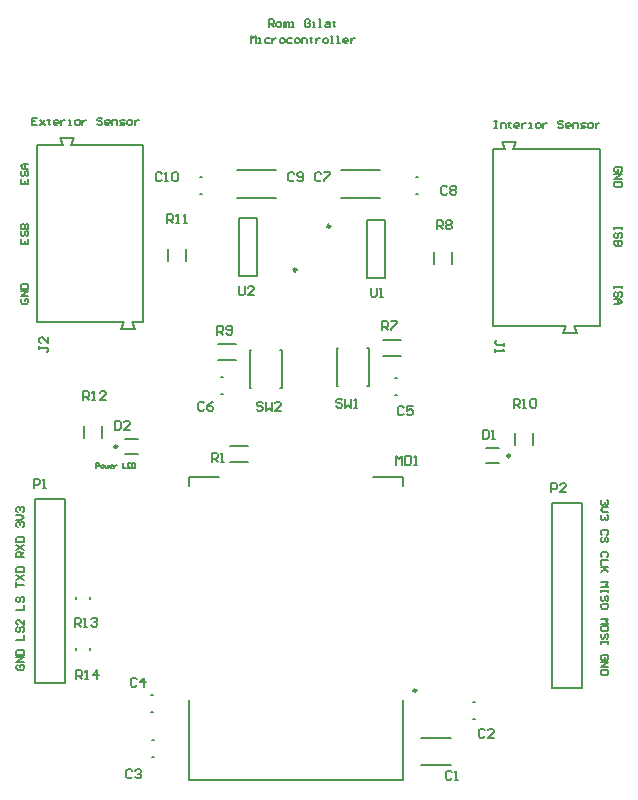
<source format=gto>
G04*
G04 #@! TF.GenerationSoftware,Altium Limited,Altium Designer,24.9.1 (31)*
G04*
G04 Layer_Color=65535*
%FSLAX44Y44*%
%MOMM*%
G71*
G04*
G04 #@! TF.SameCoordinates,B23FE003-D99D-4249-9A33-D1736BEC5A34*
G04*
G04*
G04 #@! TF.FilePolarity,Positive*
G04*
G01*
G75*
%ADD10C,0.2500*%
%ADD11C,0.2000*%
%ADD12C,0.1270*%
%ADD13C,0.1778*%
D10*
X318632Y516890D02*
G03*
X318632Y516890I-1250J0D01*
G01*
X391560Y123930D02*
G03*
X391560Y123930I-1250J0D01*
G01*
X138300Y330450D02*
G03*
X138300Y330450I-1250J0D01*
G01*
X290152Y480060D02*
G03*
X290152Y480060I-1250J0D01*
G01*
X470930Y322580D02*
G03*
X470930Y322580I-1250J0D01*
G01*
D11*
X166890Y120280D02*
X168390D01*
X166890Y105780D02*
X168390D01*
X421520Y485220D02*
Y495220D01*
X406520Y485220D02*
Y495220D01*
X349574Y473315D02*
Y522365D01*
Y473315D02*
X365154D01*
Y522365D01*
X349574D02*
X365154D01*
X198810Y48280D02*
X380310D01*
X198810Y297280D02*
X198810Y304780D01*
X198810Y48280D02*
Y115680D01*
X354910Y304780D02*
X380310D01*
X198810D02*
X224110D01*
X380310D02*
X380310Y297280D01*
Y48280D02*
Y115680D01*
X145050Y336700D02*
X156050D01*
X144943Y323887D02*
X155943D01*
X351320Y381510D02*
Y413510D01*
X324320Y381510D02*
X325570D01*
X350070D02*
X351320D01*
X324320D02*
Y413510D01*
X325570D01*
X350070D02*
X351320D01*
X277660Y380240D02*
Y412240D01*
X250660Y380240D02*
X251910D01*
X276410D02*
X277660D01*
X250660D02*
Y412240D01*
X251910D01*
X276410D02*
X277660D01*
X256710Y474585D02*
Y523635D01*
X241130D02*
X256710D01*
X241130Y474585D02*
Y523635D01*
Y474585D02*
X256710D01*
X114970Y157750D02*
Y159750D01*
X103470Y157750D02*
Y159750D01*
Y200930D02*
Y202930D01*
X114970Y200930D02*
Y202930D01*
X168160Y82180D02*
X169660D01*
X168160Y67680D02*
X169660D01*
X395797Y61140D02*
X420859D01*
X395797Y83640D02*
X420859D01*
X439580Y113930D02*
X441080D01*
X439580Y99430D02*
X441080D01*
X233938Y316988D02*
X248662D01*
X233938Y330712D02*
X248662D01*
X490100Y331550D02*
Y341550D01*
X475100Y331550D02*
Y341550D01*
X450430Y316330D02*
X461430D01*
X450430Y328830D02*
X461430D01*
X327639Y564231D02*
X360701D01*
X327639Y540669D02*
X360701D01*
X240009Y564231D02*
X273071D01*
X240009Y540669D02*
X273071D01*
X223778Y403348D02*
X238502D01*
X223778Y417072D02*
X238502D01*
X70570Y435540D02*
X144070D01*
X151070D02*
X160570D01*
X151070D02*
X153568Y429539D01*
X141568Y429539D02*
X153568Y429539D01*
X141568Y429539D02*
X144066Y435540D01*
X99072Y585540D02*
X101570Y591541D01*
X89570Y591541D02*
X92068Y585540D01*
X89570Y591541D02*
X101570Y591541D01*
X99072Y585540D02*
X160570Y585540D01*
X70570Y585540D02*
X92070Y585540D01*
X70570Y435540D02*
Y585540D01*
X160570Y585540D02*
X160570Y435540D01*
X373900Y388250D02*
X375400D01*
X373900Y373750D02*
X375400D01*
X226580Y375020D02*
X228080D01*
X226580Y389520D02*
X228080D01*
X391680Y543930D02*
X393180D01*
X391680Y558430D02*
X393180D01*
X208800Y543930D02*
X210300D01*
X208800Y558430D02*
X210300D01*
X473230Y582533D02*
X546730D01*
X456730D02*
X466230Y582533D01*
X463732Y588534D02*
X466230Y582533D01*
X463732Y588534D02*
X475732Y588534D01*
X473234Y582533D02*
X475732Y588534D01*
X515730Y426532D02*
X518228Y432533D01*
X525232Y432533D02*
X527730Y426532D01*
X515730Y426532D02*
X527730Y426532D01*
X456730Y432533D02*
X518228Y432533D01*
X525230Y432533D02*
X546730Y432533D01*
Y582533D01*
X456730D02*
X456730Y432533D01*
X68580Y286380D02*
X93980D01*
Y130180D02*
Y286380D01*
X68580Y130180D02*
X93980D01*
X68580D02*
Y286380D01*
X506730Y126370D02*
X532130D01*
X506730D02*
Y282570D01*
X532130D01*
Y126370D02*
Y282570D01*
X363478Y407158D02*
X378202D01*
X363478Y420882D02*
X378202D01*
X196730Y487760D02*
Y497760D01*
X181730Y487760D02*
Y497760D01*
X110610Y337900D02*
Y347900D01*
X125610Y337900D02*
Y347900D01*
D12*
X266700Y685800D02*
Y692148D01*
X269874D01*
X270932Y691090D01*
Y688974D01*
X269874Y687916D01*
X266700D01*
X268816D02*
X270932Y685800D01*
X274106D02*
X276222D01*
X277280Y686858D01*
Y688974D01*
X276222Y690032D01*
X274106D01*
X273048Y688974D01*
Y686858D01*
X274106Y685800D01*
X279396D02*
Y690032D01*
X280454D01*
X281512Y688974D01*
Y685800D01*
Y688974D01*
X282570Y690032D01*
X283628Y688974D01*
Y685800D01*
X285744D02*
X287860D01*
X286802D01*
Y690032D01*
X285744D01*
X301614Y691090D02*
X300556Y692148D01*
X298440D01*
X297382Y691090D01*
Y686858D01*
X298440Y685800D01*
X300556D01*
X301614Y686858D01*
Y688974D01*
X299498D01*
X303730Y685800D02*
X305846D01*
X304788D01*
Y690032D01*
X303730D01*
X309020Y685800D02*
X311136D01*
X310078D01*
Y692148D01*
X309020D01*
X315368Y690032D02*
X317484D01*
X318542Y688974D01*
Y685800D01*
X315368D01*
X314310Y686858D01*
X315368Y687916D01*
X318542D01*
X321716Y691090D02*
Y690032D01*
X320658D01*
X322774D01*
X321716D01*
Y686858D01*
X322774Y685800D01*
X120650Y312420D02*
Y316229D01*
X122554D01*
X123189Y315594D01*
Y314324D01*
X122554Y313690D01*
X120650D01*
X125094Y312420D02*
X126363D01*
X126998Y313055D01*
Y314324D01*
X126363Y314959D01*
X125094D01*
X124459Y314324D01*
Y313055D01*
X125094Y312420D01*
X128268Y314959D02*
Y313055D01*
X128902Y312420D01*
X129537Y313055D01*
X130172Y312420D01*
X130807Y313055D01*
Y314959D01*
X133981Y312420D02*
X132711D01*
X132076Y313055D01*
Y314324D01*
X132711Y314959D01*
X133981D01*
X134615Y314324D01*
Y313690D01*
X132076D01*
X135885Y314959D02*
Y312420D01*
Y313690D01*
X136520Y314324D01*
X137155Y314959D01*
X137789D01*
X143503Y316229D02*
Y312420D01*
X146042D01*
X149851Y316229D02*
X147311D01*
Y312420D01*
X149851D01*
X147311Y314324D02*
X148581D01*
X151120Y316229D02*
Y312420D01*
X153025D01*
X153659Y313055D01*
Y315594D01*
X153025Y316229D01*
X151120D01*
X251460Y671830D02*
Y678178D01*
X253576Y676062D01*
X255692Y678178D01*
Y671830D01*
X257808D02*
X259924D01*
X258866D01*
Y676062D01*
X257808D01*
X267330D02*
X264156D01*
X263098Y675004D01*
Y672888D01*
X264156Y671830D01*
X267330D01*
X269446Y676062D02*
Y671830D01*
Y673946D01*
X270504Y675004D01*
X271562Y676062D01*
X272620D01*
X276852Y671830D02*
X278968D01*
X280026Y672888D01*
Y675004D01*
X278968Y676062D01*
X276852D01*
X275794Y675004D01*
Y672888D01*
X276852Y671830D01*
X286374Y676062D02*
X283200D01*
X282142Y675004D01*
Y672888D01*
X283200Y671830D01*
X286374D01*
X289548D02*
X291664D01*
X292722Y672888D01*
Y675004D01*
X291664Y676062D01*
X289548D01*
X288490Y675004D01*
Y672888D01*
X289548Y671830D01*
X294838D02*
Y676062D01*
X298012D01*
X299070Y675004D01*
Y671830D01*
X302243Y677120D02*
Y676062D01*
X301186D01*
X303302D01*
X302243D01*
Y672888D01*
X303302Y671830D01*
X306476Y676062D02*
Y671830D01*
Y673946D01*
X307533Y675004D01*
X308591Y676062D01*
X309650D01*
X313881Y671830D02*
X315997D01*
X317055Y672888D01*
Y675004D01*
X315997Y676062D01*
X313881D01*
X312824Y675004D01*
Y672888D01*
X313881Y671830D01*
X319171D02*
X321287D01*
X320229D01*
Y678178D01*
X319171D01*
X324461Y671830D02*
X326577D01*
X325519D01*
Y678178D01*
X324461D01*
X332925Y671830D02*
X330809D01*
X329751Y672888D01*
Y675004D01*
X330809Y676062D01*
X332925D01*
X333983Y675004D01*
Y673946D01*
X329751D01*
X336099Y676062D02*
Y671830D01*
Y673946D01*
X337157Y675004D01*
X338215Y676062D01*
X339273D01*
D13*
X553168Y285242D02*
X554226Y284184D01*
Y282068D01*
X553168Y281010D01*
X552110D01*
X551052Y282068D01*
Y283126D01*
Y282068D01*
X549994Y281010D01*
X548936D01*
X547878Y282068D01*
Y284184D01*
X548936Y285242D01*
X554226Y278894D02*
X549994D01*
X547878Y276778D01*
X549994Y274662D01*
X554226D01*
X553168Y272546D02*
X554226Y271488D01*
Y269372D01*
X553168Y268314D01*
X552110D01*
X551052Y269372D01*
Y270430D01*
Y269372D01*
X549994Y268314D01*
X548936D01*
X547878Y269372D01*
Y271488D01*
X548936Y272546D01*
X553168Y255618D02*
X554226Y256676D01*
Y258792D01*
X553168Y259850D01*
X548936D01*
X547878Y258792D01*
Y256676D01*
X548936Y255618D01*
X553168Y249270D02*
X554226Y250328D01*
Y252444D01*
X553168Y253502D01*
X552110D01*
X551052Y252444D01*
Y250328D01*
X549994Y249270D01*
X548936D01*
X547878Y250328D01*
Y252444D01*
X548936Y253502D01*
X553168Y236574D02*
X554226Y237632D01*
Y239748D01*
X553168Y240806D01*
X548936D01*
X547878Y239748D01*
Y237632D01*
X548936Y236574D01*
X554226Y234459D02*
X547878D01*
Y230226D01*
X554226Y228111D02*
X547878D01*
X549994D01*
X554226Y223878D01*
X551052Y227052D01*
X547878Y223878D01*
Y215415D02*
X554226D01*
X552110Y213299D01*
X554226Y211183D01*
X547878D01*
X554226Y209067D02*
Y206951D01*
Y208009D01*
X547878D01*
Y209067D01*
Y206951D01*
X553168Y199545D02*
X554226Y200603D01*
Y202719D01*
X553168Y203777D01*
X552110D01*
X551052Y202719D01*
Y200603D01*
X549994Y199545D01*
X548936D01*
X547878Y200603D01*
Y202719D01*
X548936Y203777D01*
X554226Y194255D02*
Y196371D01*
X553168Y197429D01*
X548936D01*
X547878Y196371D01*
Y194255D01*
X548936Y193197D01*
X553168D01*
X554226Y194255D01*
X547878Y184733D02*
X554226D01*
X552110Y182617D01*
X554226Y180501D01*
X547878D01*
X554226Y175211D02*
Y177327D01*
X553168Y178385D01*
X548936D01*
X547878Y177327D01*
Y175211D01*
X548936Y174153D01*
X553168D01*
X554226Y175211D01*
X553168Y167805D02*
X554226Y168863D01*
Y170979D01*
X553168Y172037D01*
X552110D01*
X551052Y170979D01*
Y168863D01*
X549994Y167805D01*
X548936D01*
X547878Y168863D01*
Y170979D01*
X548936Y172037D01*
X554226Y165689D02*
Y163573D01*
Y164631D01*
X547878D01*
Y165689D01*
Y163573D01*
X553168Y149819D02*
X554226Y150877D01*
Y152993D01*
X553168Y154051D01*
X548936D01*
X547878Y152993D01*
Y150877D01*
X548936Y149819D01*
X551052D01*
Y151935D01*
X547878Y147703D02*
X554226D01*
X547878Y143471D01*
X554226D01*
Y141355D02*
X547878D01*
Y138181D01*
X548936Y137123D01*
X553168D01*
X554226Y138181D01*
Y141355D01*
X564598Y562950D02*
X565656Y564008D01*
Y566124D01*
X564598Y567182D01*
X560366D01*
X559308Y566124D01*
Y564008D01*
X560366Y562950D01*
X562482D01*
Y565066D01*
X559308Y560834D02*
X565656D01*
X559308Y556602D01*
X565656D01*
Y554486D02*
X559308D01*
Y551312D01*
X560366Y550254D01*
X564598D01*
X565656Y551312D01*
Y554486D01*
Y516399D02*
Y514282D01*
Y515340D01*
X559308D01*
Y516399D01*
Y514282D01*
X564598Y506877D02*
X565656Y507935D01*
Y510051D01*
X564598Y511109D01*
X563540D01*
X562482Y510051D01*
Y507935D01*
X561424Y506877D01*
X560366D01*
X559308Y507935D01*
Y510051D01*
X560366Y511109D01*
X565656Y504761D02*
X559308D01*
Y501587D01*
X560366Y500529D01*
X561424D01*
X562482Y501587D01*
Y504761D01*
Y501587D01*
X563540Y500529D01*
X564598D01*
X565656Y501587D01*
Y504761D01*
Y466673D02*
Y464557D01*
Y465615D01*
X559308D01*
Y466673D01*
Y464557D01*
X564598Y457151D02*
X565656Y458209D01*
Y460325D01*
X564598Y461383D01*
X563540D01*
X562482Y460325D01*
Y458209D01*
X561424Y457151D01*
X560366D01*
X559308Y458209D01*
Y460325D01*
X560366Y461383D01*
X559308Y455035D02*
X563540D01*
X565656Y452919D01*
X563540Y450803D01*
X559308D01*
X562482D01*
Y455035D01*
X57702Y455590D02*
X56644Y454532D01*
Y452416D01*
X57702Y451358D01*
X61934D01*
X62992Y452416D01*
Y454532D01*
X61934Y455590D01*
X59818D01*
Y453474D01*
X62992Y457706D02*
X56644D01*
X62992Y461938D01*
X56644D01*
Y464054D02*
X62992D01*
Y467228D01*
X61934Y468286D01*
X57702D01*
X56644Y467228D01*
Y464054D01*
Y506373D02*
Y502141D01*
X62992D01*
Y506373D01*
X59818Y502141D02*
Y504258D01*
X57702Y512721D02*
X56644Y511664D01*
Y509548D01*
X57702Y508489D01*
X58760D01*
X59818Y509548D01*
Y511664D01*
X60876Y512721D01*
X61934D01*
X62992Y511664D01*
Y509548D01*
X61934Y508489D01*
X56644Y514837D02*
X62992D01*
Y518011D01*
X61934Y519069D01*
X60876D01*
X59818Y518011D01*
Y514837D01*
Y518011D01*
X58760Y519069D01*
X57702D01*
X56644Y518011D01*
Y514837D01*
Y557157D02*
Y552925D01*
X62992D01*
Y557157D01*
X59818Y552925D02*
Y555041D01*
X57702Y563505D02*
X56644Y562447D01*
Y560331D01*
X57702Y559273D01*
X58760D01*
X59818Y560331D01*
Y562447D01*
X60876Y563505D01*
X61934D01*
X62992Y562447D01*
Y560331D01*
X61934Y559273D01*
X62992Y565621D02*
X58760D01*
X56644Y567737D01*
X58760Y569853D01*
X62992D01*
X59818D01*
Y565621D01*
X53892Y145710D02*
X52834Y144652D01*
Y142536D01*
X53892Y141478D01*
X58124D01*
X59182Y142536D01*
Y144652D01*
X58124Y145710D01*
X56008D01*
Y143594D01*
X59182Y147826D02*
X52834D01*
X59182Y152058D01*
X52834D01*
Y154174D02*
X59182D01*
Y157348D01*
X58124Y158406D01*
X53892D01*
X52834Y157348D01*
Y154174D01*
Y166870D02*
X59182D01*
Y171102D01*
X53892Y177450D02*
X52834Y176392D01*
Y174276D01*
X53892Y173218D01*
X54950D01*
X56008Y174276D01*
Y176392D01*
X57066Y177450D01*
X58124D01*
X59182Y176392D01*
Y174276D01*
X58124Y173218D01*
X59182Y183798D02*
Y179566D01*
X54950Y183798D01*
X53892D01*
X52834Y182740D01*
Y180624D01*
X53892Y179566D01*
X52834Y192262D02*
X59182D01*
Y196494D01*
X53892Y202841D02*
X52834Y201784D01*
Y199667D01*
X53892Y198610D01*
X54950D01*
X56008Y199667D01*
Y201784D01*
X57066Y202841D01*
X58124D01*
X59182Y201784D01*
Y199667D01*
X58124Y198610D01*
X52834Y211305D02*
Y215537D01*
Y213421D01*
X59182D01*
X52834Y217653D02*
X59182Y221885D01*
X52834D02*
X59182Y217653D01*
X52834Y224001D02*
X59182D01*
Y227175D01*
X58124Y228233D01*
X53892D01*
X52834Y227175D01*
Y224001D01*
X59182Y236697D02*
X52834D01*
Y239871D01*
X53892Y240929D01*
X56008D01*
X57066Y239871D01*
Y236697D01*
Y238813D02*
X59182Y240929D01*
X52834Y243045D02*
X59182Y247277D01*
X52834D02*
X59182Y243045D01*
X52834Y249393D02*
X59182D01*
Y252567D01*
X58124Y253625D01*
X53892D01*
X52834Y252567D01*
Y249393D01*
X53892Y262089D02*
X52834Y263147D01*
Y265263D01*
X53892Y266321D01*
X54950D01*
X56008Y265263D01*
Y264205D01*
Y265263D01*
X57066Y266321D01*
X58124D01*
X59182Y265263D01*
Y263147D01*
X58124Y262089D01*
X52834Y268437D02*
X57066D01*
X59182Y270553D01*
X57066Y272669D01*
X52834D01*
X53892Y274785D02*
X52834Y275843D01*
Y277959D01*
X53892Y279017D01*
X54950D01*
X56008Y277959D01*
Y276901D01*
Y277959D01*
X57066Y279017D01*
X58124D01*
X59182Y277959D01*
Y275843D01*
X58124Y274785D01*
X70780Y608836D02*
X66548D01*
Y602488D01*
X70780D01*
X66548Y605662D02*
X68664D01*
X72896Y606720D02*
X77128Y602488D01*
X75012Y604604D01*
X77128Y606720D01*
X72896Y602488D01*
X80302Y607778D02*
Y606720D01*
X79244D01*
X81360D01*
X80302D01*
Y603546D01*
X81360Y602488D01*
X87708D02*
X85592D01*
X84534Y603546D01*
Y605662D01*
X85592Y606720D01*
X87708D01*
X88766Y605662D01*
Y604604D01*
X84534D01*
X90882Y606720D02*
Y602488D01*
Y604604D01*
X91940Y605662D01*
X92998Y606720D01*
X94056D01*
X97230Y602488D02*
X99346D01*
X98288D01*
Y606720D01*
X97230D01*
X103578Y602488D02*
X105694D01*
X106752Y603546D01*
Y605662D01*
X105694Y606720D01*
X103578D01*
X102520Y605662D01*
Y603546D01*
X103578Y602488D01*
X108868Y606720D02*
Y602488D01*
Y604604D01*
X109926Y605662D01*
X110984Y606720D01*
X112042D01*
X125795Y607778D02*
X124738Y608836D01*
X122621D01*
X121564Y607778D01*
Y606720D01*
X122621Y605662D01*
X124738D01*
X125795Y604604D01*
Y603546D01*
X124738Y602488D01*
X122621D01*
X121564Y603546D01*
X131085Y602488D02*
X128969D01*
X127912Y603546D01*
Y605662D01*
X128969Y606720D01*
X131085D01*
X132143Y605662D01*
Y604604D01*
X127912D01*
X134259Y602488D02*
Y606720D01*
X137433D01*
X138491Y605662D01*
Y602488D01*
X140607D02*
X143781D01*
X144839Y603546D01*
X143781Y604604D01*
X141665D01*
X140607Y605662D01*
X141665Y606720D01*
X144839D01*
X148013Y602488D02*
X150129D01*
X151187Y603546D01*
Y605662D01*
X150129Y606720D01*
X148013D01*
X146955Y605662D01*
Y603546D01*
X148013Y602488D01*
X153303Y606720D02*
Y602488D01*
Y604604D01*
X154361Y605662D01*
X155419Y606720D01*
X156477D01*
X457708Y606296D02*
X459824D01*
X458766D01*
Y599948D01*
X457708D01*
X459824D01*
X462998D02*
Y604180D01*
X466172D01*
X467230Y603122D01*
Y599948D01*
X470404Y605238D02*
Y604180D01*
X469346D01*
X471462D01*
X470404D01*
Y601006D01*
X471462Y599948D01*
X477810D02*
X475694D01*
X474636Y601006D01*
Y603122D01*
X475694Y604180D01*
X477810D01*
X478868Y603122D01*
Y602064D01*
X474636D01*
X480984Y604180D02*
Y599948D01*
Y602064D01*
X482042Y603122D01*
X483100Y604180D01*
X484158D01*
X487332Y599948D02*
X489448D01*
X488390D01*
Y604180D01*
X487332D01*
X493680Y599948D02*
X495796D01*
X496854Y601006D01*
Y603122D01*
X495796Y604180D01*
X493680D01*
X492622Y603122D01*
Y601006D01*
X493680Y599948D01*
X498970Y604180D02*
Y599948D01*
Y602064D01*
X500028Y603122D01*
X501086Y604180D01*
X502144D01*
X515897Y605238D02*
X514840Y606296D01*
X512724D01*
X511665Y605238D01*
Y604180D01*
X512724Y603122D01*
X514840D01*
X515897Y602064D01*
Y601006D01*
X514840Y599948D01*
X512724D01*
X511665Y601006D01*
X521188Y599948D02*
X519072D01*
X518013Y601006D01*
Y603122D01*
X519072Y604180D01*
X521188D01*
X522245Y603122D01*
Y602064D01*
X518013D01*
X524361Y599948D02*
Y604180D01*
X527535D01*
X528593Y603122D01*
Y599948D01*
X530709D02*
X533883D01*
X534941Y601006D01*
X533883Y602064D01*
X531767D01*
X530709Y603122D01*
X531767Y604180D01*
X534941D01*
X538115Y599948D02*
X540231D01*
X541289Y601006D01*
Y603122D01*
X540231Y604180D01*
X538115D01*
X537057Y603122D01*
Y601006D01*
X538115Y599948D01*
X543405Y604180D02*
Y599948D01*
Y602064D01*
X544463Y603122D01*
X545521Y604180D01*
X546579D01*
X103508Y133351D02*
Y140969D01*
X107317D01*
X108586Y139699D01*
Y137160D01*
X107317Y135891D01*
X103508D01*
X106047D02*
X108586Y133351D01*
X111126D02*
X113665D01*
X112395D01*
Y140969D01*
X111126Y139699D01*
X121282Y133351D02*
Y140969D01*
X117474Y137160D01*
X122552D01*
X102238Y177801D02*
Y185419D01*
X106047D01*
X107316Y184149D01*
Y181610D01*
X106047Y180340D01*
X102238D01*
X104777D02*
X107316Y177801D01*
X109856D02*
X112395D01*
X111125D01*
Y185419D01*
X109856Y184149D01*
X116204D02*
X117473Y185419D01*
X120012D01*
X121282Y184149D01*
Y182880D01*
X120012Y181610D01*
X118743D01*
X120012D01*
X121282Y180340D01*
Y179071D01*
X120012Y177801D01*
X117473D01*
X116204Y179071D01*
X241302Y466089D02*
Y459741D01*
X242572Y458471D01*
X245111D01*
X246380Y459741D01*
Y466089D01*
X253998Y458471D02*
X248920D01*
X253998Y463550D01*
Y464819D01*
X252728Y466089D01*
X250189D01*
X248920Y464819D01*
X353062Y464819D02*
Y458471D01*
X354331Y457201D01*
X356870D01*
X358140Y458471D01*
Y464819D01*
X360679Y457201D02*
X363218D01*
X361949D01*
Y464819D01*
X360679Y463549D01*
X261622Y367029D02*
X260352Y368299D01*
X257813D01*
X256543Y367029D01*
Y365760D01*
X257813Y364490D01*
X260352D01*
X261622Y363220D01*
Y361951D01*
X260352Y360681D01*
X257813D01*
X256543Y361951D01*
X264161Y368299D02*
Y360681D01*
X266700Y363220D01*
X269239Y360681D01*
Y368299D01*
X276857Y360681D02*
X271778D01*
X276857Y365760D01*
Y367029D01*
X275587Y368299D01*
X273048D01*
X271778Y367029D01*
X328931Y369569D02*
X327662Y370839D01*
X325122D01*
X323853Y369569D01*
Y368300D01*
X325122Y367030D01*
X327662D01*
X328931Y365760D01*
Y364491D01*
X327662Y363221D01*
X325122D01*
X323853Y364491D01*
X331470Y370839D02*
Y363221D01*
X334010Y365760D01*
X336549Y363221D01*
Y370839D01*
X339088Y363221D02*
X341627D01*
X340358D01*
Y370839D01*
X339088Y369569D01*
X109728Y369570D02*
Y377188D01*
X113537D01*
X114806Y375918D01*
Y373379D01*
X113537Y372109D01*
X109728D01*
X112267D02*
X114806Y369570D01*
X117346D02*
X119885D01*
X118615D01*
Y377188D01*
X117346Y375918D01*
X128772Y369570D02*
X123694D01*
X128772Y374648D01*
Y375918D01*
X127502Y377188D01*
X124963D01*
X123694Y375918D01*
X180848Y519430D02*
Y527048D01*
X184657D01*
X185926Y525778D01*
Y523239D01*
X184657Y521969D01*
X180848D01*
X183387D02*
X185926Y519430D01*
X188465D02*
X191005D01*
X189735D01*
Y527048D01*
X188465Y525778D01*
X194813Y519430D02*
X197353D01*
X196083D01*
Y527048D01*
X194813Y525778D01*
X474218Y363220D02*
Y370838D01*
X478027D01*
X479296Y369568D01*
Y367029D01*
X478027Y365759D01*
X474218D01*
X476757D02*
X479296Y363220D01*
X481836D02*
X484375D01*
X483105D01*
Y370838D01*
X481836Y369568D01*
X488184D02*
X489453Y370838D01*
X491992D01*
X493262Y369568D01*
Y364490D01*
X491992Y363220D01*
X489453D01*
X488184Y364490D01*
Y369568D01*
X223012Y424942D02*
Y432560D01*
X226821D01*
X228090Y431290D01*
Y428751D01*
X226821Y427481D01*
X223012D01*
X225551D02*
X228090Y424942D01*
X230630Y426212D02*
X231899Y424942D01*
X234438D01*
X235708Y426212D01*
Y431290D01*
X234438Y432560D01*
X231899D01*
X230630Y431290D01*
Y430020D01*
X231899Y428751D01*
X235708D01*
X408942Y514351D02*
Y521969D01*
X412751D01*
X414020Y520699D01*
Y518160D01*
X412751Y516890D01*
X408942D01*
X411481D02*
X414020Y514351D01*
X416560Y520699D02*
X417829Y521969D01*
X420368D01*
X421638Y520699D01*
Y519430D01*
X420368Y518160D01*
X421638Y516890D01*
Y515621D01*
X420368Y514351D01*
X417829D01*
X416560Y515621D01*
Y516890D01*
X417829Y518160D01*
X416560Y519430D01*
Y520699D01*
X417829Y518160D02*
X420368D01*
X362712Y428752D02*
Y436370D01*
X366521D01*
X367790Y435100D01*
Y432561D01*
X366521Y431291D01*
X362712D01*
X365251D02*
X367790Y428752D01*
X370330Y436370D02*
X375408D01*
Y435100D01*
X370330Y430022D01*
Y428752D01*
X218442Y317501D02*
Y325119D01*
X222250D01*
X223520Y323849D01*
Y321310D01*
X222250Y320041D01*
X218442D01*
X220981D02*
X223520Y317501D01*
X226059D02*
X228598D01*
X227329D01*
Y325119D01*
X226059Y323849D01*
X505968Y291846D02*
Y299464D01*
X509777D01*
X511046Y298194D01*
Y295655D01*
X509777Y294385D01*
X505968D01*
X518664Y291846D02*
X513586D01*
X518664Y296924D01*
Y298194D01*
X517394Y299464D01*
X514855D01*
X513586Y298194D01*
X67818Y295656D02*
Y303274D01*
X71627D01*
X72896Y302004D01*
Y299465D01*
X71627Y298195D01*
X67818D01*
X75436Y295656D02*
X77975D01*
X76705D01*
Y303274D01*
X75436Y302004D01*
X374653Y314961D02*
Y322579D01*
X377192Y320040D01*
X379731Y322579D01*
Y314961D01*
X382270Y322579D02*
Y314961D01*
X386079D01*
X387349Y316231D01*
Y321309D01*
X386079Y322579D01*
X382270D01*
X389888Y314961D02*
X392427D01*
X391157D01*
Y322579D01*
X389888Y321309D01*
X72471Y415293D02*
Y412754D01*
Y414023D01*
X78819D01*
X80089Y412754D01*
Y411484D01*
X78819Y410215D01*
X80089Y422910D02*
Y417832D01*
X75010Y422910D01*
X73741D01*
X72471Y421641D01*
Y419102D01*
X73741Y417832D01*
X466089Y415290D02*
Y417829D01*
Y416560D01*
X459741D01*
X458471Y417829D01*
Y419099D01*
X459741Y420368D01*
X458471Y412751D02*
Y410212D01*
Y411481D01*
X466089D01*
X464819Y412751D01*
X136398Y352296D02*
Y344678D01*
X140207D01*
X141476Y345948D01*
Y351026D01*
X140207Y352296D01*
X136398D01*
X149094Y344678D02*
X144016D01*
X149094Y349756D01*
Y351026D01*
X147824Y352296D01*
X145285D01*
X144016Y351026D01*
X447802Y344422D02*
Y336804D01*
X451611D01*
X452880Y338074D01*
Y343152D01*
X451611Y344422D01*
X447802D01*
X455420Y336804D02*
X457959D01*
X456689D01*
Y344422D01*
X455420Y343152D01*
X175896Y561339D02*
X174627Y562609D01*
X172088D01*
X170818Y561339D01*
Y556261D01*
X172088Y554991D01*
X174627D01*
X175896Y556261D01*
X178436Y554991D02*
X180975D01*
X179705D01*
Y562609D01*
X178436Y561339D01*
X184784D02*
X186053Y562609D01*
X188592D01*
X189862Y561339D01*
Y556261D01*
X188592Y554991D01*
X186053D01*
X184784Y556261D01*
Y561339D01*
X288290D02*
X287021Y562609D01*
X284482D01*
X283212Y561339D01*
Y556261D01*
X284482Y554991D01*
X287021D01*
X288290Y556261D01*
X290830D02*
X292099Y554991D01*
X294638D01*
X295908Y556261D01*
Y561339D01*
X294638Y562609D01*
X292099D01*
X290830Y561339D01*
Y560070D01*
X292099Y558800D01*
X295908D01*
X417830Y549909D02*
X416561Y551179D01*
X414022D01*
X412752Y549909D01*
Y544831D01*
X414022Y543561D01*
X416561D01*
X417830Y544831D01*
X420370Y549909D02*
X421639Y551179D01*
X424178D01*
X425448Y549909D01*
Y548640D01*
X424178Y547370D01*
X425448Y546101D01*
Y544831D01*
X424178Y543561D01*
X421639D01*
X420370Y544831D01*
Y546101D01*
X421639Y547370D01*
X420370Y548640D01*
Y549909D01*
X421639Y547370D02*
X424178D01*
X311150Y561339D02*
X309881Y562609D01*
X307342D01*
X306072Y561339D01*
Y556261D01*
X307342Y554991D01*
X309881D01*
X311150Y556261D01*
X313690Y562609D02*
X318768D01*
Y561339D01*
X313690Y556261D01*
Y554991D01*
X212090Y367029D02*
X210821Y368299D01*
X208282D01*
X207012Y367029D01*
Y361951D01*
X208282Y360681D01*
X210821D01*
X212090Y361951D01*
X219708Y368299D02*
X217169Y367029D01*
X214630Y364490D01*
Y361951D01*
X215899Y360681D01*
X218438D01*
X219708Y361951D01*
Y363220D01*
X218438Y364490D01*
X214630D01*
X381000Y363219D02*
X379731Y364489D01*
X377192D01*
X375922Y363219D01*
Y358141D01*
X377192Y356871D01*
X379731D01*
X381000Y358141D01*
X388618Y364489D02*
X383540D01*
Y360680D01*
X386079Y361950D01*
X387348D01*
X388618Y360680D01*
Y358141D01*
X387348Y356871D01*
X384809D01*
X383540Y358141D01*
X154940Y133349D02*
X153671Y134619D01*
X151132D01*
X149862Y133349D01*
Y128271D01*
X151132Y127001D01*
X153671D01*
X154940Y128271D01*
X161288Y127001D02*
Y134619D01*
X157480Y130810D01*
X162558D01*
X151130Y55879D02*
X149861Y57149D01*
X147322D01*
X146052Y55879D01*
Y50801D01*
X147322Y49531D01*
X149861D01*
X151130Y50801D01*
X153670Y55879D02*
X154939Y57149D01*
X157478D01*
X158748Y55879D01*
Y54610D01*
X157478Y53340D01*
X156209D01*
X157478D01*
X158748Y52070D01*
Y50801D01*
X157478Y49531D01*
X154939D01*
X153670Y50801D01*
X449580Y90169D02*
X448311Y91439D01*
X445772D01*
X444502Y90169D01*
Y85091D01*
X445772Y83821D01*
X448311D01*
X449580Y85091D01*
X457198Y83821D02*
X452120D01*
X457198Y88900D01*
Y90169D01*
X455928Y91439D01*
X453389D01*
X452120Y90169D01*
X421640Y54609D02*
X420370Y55879D01*
X417831D01*
X416562Y54609D01*
Y49531D01*
X417831Y48261D01*
X420370D01*
X421640Y49531D01*
X424179Y48261D02*
X426718D01*
X425449D01*
Y55879D01*
X424179Y54609D01*
M02*

</source>
